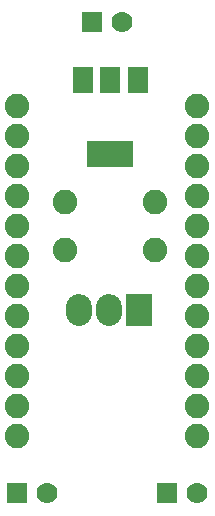
<source format=gts>
G04 ---------------------------- Layer name :TOP SOLDER LAYER*
G04 EasyEDA v5.3.14, Tue, 28 Apr 2020 13:33:28 GMT*
G04 Gerber Generator version 0.2*
G04 Scale: 100 percent, Rotated: No, Reflected: No *
G04 Dimensions in inches *
G04 leading zeros omitted , absolute positions ,2 integer and 4 decimal *
%FSLAX24Y24*%
%MOIN*%
G90*
G70D02*

%ADD12R,0.157606X0.086740*%
%ADD13R,0.067055X0.086740*%
%ADD14R,0.086740X0.106425*%
%ADD15C,0.082000*%
%ADD16R,0.070000X0.070000*%
%ADD17C,0.070000*%
%ADD18C,0.086740*%

%LPD*%
G54D18*
G01X2850Y6601D02*
G01X2850Y6798D01*
G01X3850Y6601D02*
G01X3850Y6798D01*
G54D14*
G01X4850Y6700D03*
G54D15*
G01X800Y13500D03*
G01X800Y12500D03*
G01X800Y11500D03*
G01X800Y10500D03*
G01X800Y9500D03*
G01X800Y8500D03*
G01X800Y7500D03*
G01X800Y6500D03*
G01X800Y5500D03*
G01X800Y4500D03*
G01X800Y3500D03*
G01X800Y2500D03*
G01X6800Y2500D03*
G01X6800Y3500D03*
G01X6800Y4500D03*
G01X6800Y5500D03*
G01X6800Y6500D03*
G01X6800Y7500D03*
G01X6800Y8500D03*
G01X6800Y9500D03*
G01X6800Y10500D03*
G01X6800Y11500D03*
G01X6800Y12500D03*
G01X6800Y13500D03*
G54D12*
G01X3900Y11900D03*
G54D13*
G01X3900Y14380D03*
G01X2994Y14380D03*
G01X4806Y14380D03*
G54D16*
G01X3300Y16300D03*
G54D17*
G01X4300Y16300D03*
G54D16*
G01X800Y600D03*
G54D17*
G01X1800Y600D03*
G54D15*
G01X2400Y8700D03*
G01X5400Y8700D03*
G01X5400Y10300D03*
G01X2400Y10300D03*
G54D16*
G01X5800Y600D03*
G54D17*
G01X6800Y600D03*
M00*
M02*

</source>
